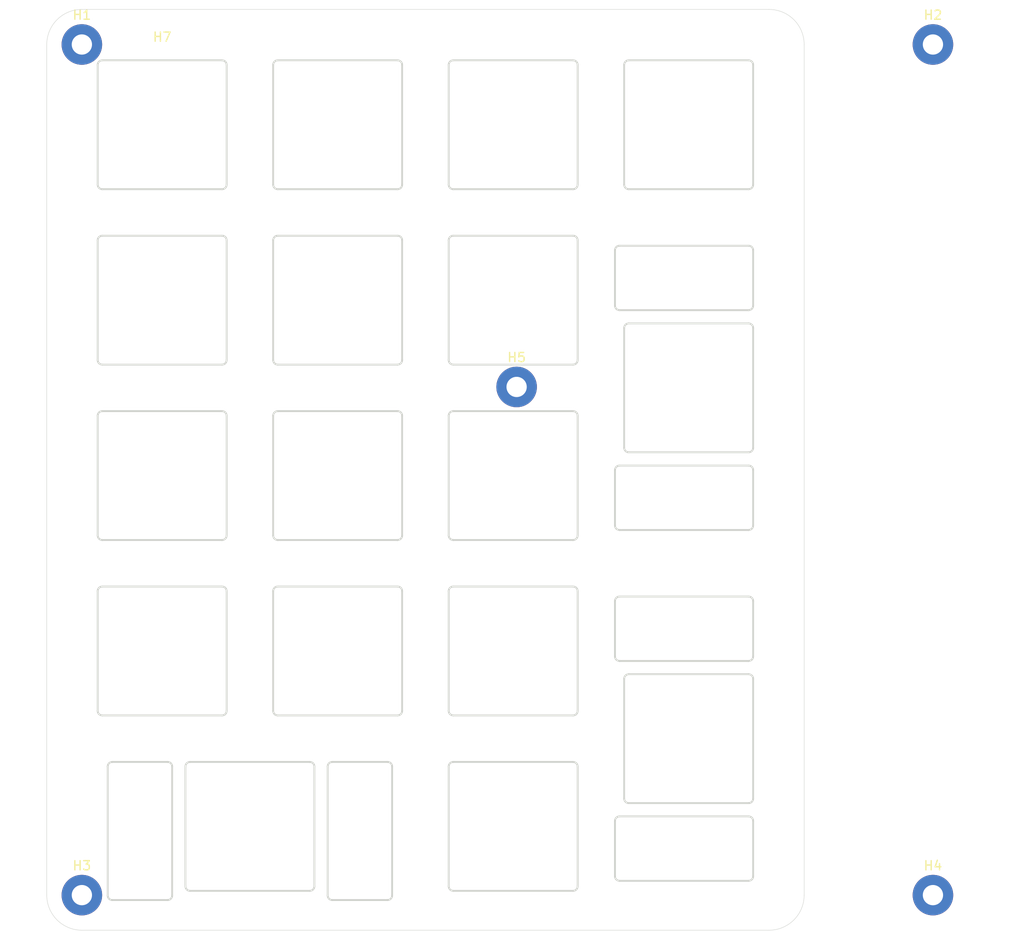
<source format=kicad_pcb>
(kicad_pcb (version 20171130) (host pcbnew "(5.1.6)-1")

  (general
    (thickness 1.6)
    (drawings 8)
    (tracks 0)
    (zones 0)
    (modules 7)
    (nets 1)
  )

  (page A4)
  (layers
    (0 F.Cu signal)
    (31 B.Cu signal)
    (32 B.Adhes user)
    (33 F.Adhes user)
    (34 B.Paste user)
    (35 F.Paste user)
    (36 B.SilkS user)
    (37 F.SilkS user)
    (38 B.Mask user)
    (39 F.Mask user)
    (40 Dwgs.User user)
    (41 Cmts.User user)
    (42 Eco1.User user)
    (43 Eco2.User user)
    (44 Edge.Cuts user)
    (45 Margin user)
    (46 B.CrtYd user)
    (47 F.CrtYd user)
    (48 B.Fab user)
    (49 F.Fab user)
  )

  (setup
    (last_trace_width 0.25)
    (trace_clearance 0.2)
    (zone_clearance 0.508)
    (zone_45_only no)
    (trace_min 0.2)
    (via_size 0.8)
    (via_drill 0.4)
    (via_min_size 0.4)
    (via_min_drill 0.3)
    (uvia_size 0.3)
    (uvia_drill 0.1)
    (uvias_allowed no)
    (uvia_min_size 0.2)
    (uvia_min_drill 0.1)
    (edge_width 0.05)
    (segment_width 0.2)
    (pcb_text_width 0.3)
    (pcb_text_size 1.5 1.5)
    (mod_edge_width 0.12)
    (mod_text_size 1 1)
    (mod_text_width 0.15)
    (pad_size 1.524 1.524)
    (pad_drill 0.762)
    (pad_to_mask_clearance 0.05)
    (aux_axis_origin 0 0)
    (visible_elements 7FFFFFFF)
    (pcbplotparams
      (layerselection 0x010fc_ffffffff)
      (usegerberextensions false)
      (usegerberattributes true)
      (usegerberadvancedattributes true)
      (creategerberjobfile true)
      (excludeedgelayer true)
      (linewidth 0.100000)
      (plotframeref false)
      (viasonmask false)
      (mode 1)
      (useauxorigin false)
      (hpglpennumber 1)
      (hpglpenspeed 20)
      (hpglpendiameter 15.000000)
      (psnegative false)
      (psa4output false)
      (plotreference true)
      (plotvalue true)
      (plotinvisibletext false)
      (padsonsilk false)
      (subtractmaskfromsilk false)
      (outputformat 1)
      (mirror false)
      (drillshape 1)
      (scaleselection 1)
      (outputdirectory ""))
  )

  (net 0 "")

  (net_class Default "This is the default net class."
    (clearance 0.2)
    (trace_width 0.25)
    (via_dia 0.8)
    (via_drill 0.4)
    (uvia_dia 0.3)
    (uvia_drill 0.1)
  )

  (module Gigahawk:PLATE_NUMPAD (layer F.Cu) (tedit 60427E41) (tstamp 6042E146)
    (at 12.525 12.525)
    (descr "Keyboard cutout for a standard numpad")
    (path /60587B43)
    (fp_text reference H7 (at 0 -9.525) (layer F.SilkS)
      (effects (font (size 1 1) (thickness 0.15)))
    )
    (fp_text value "Plate Cutouts" (at 0 -12.7) (layer F.Fab)
      (effects (font (size 1 1) (thickness 0.15)))
    )
    (fp_line (start 31.1 69.7) (end 31.1 82.7) (layer Edge.Cuts) (width 0.2))
    (fp_line (start 45.1 82.7) (end 45.1 69.7) (layer Edge.Cuts) (width 0.2))
    (fp_line (start 44.6 69.2) (end 31.6 69.2) (layer Edge.Cuts) (width 0.2))
    (fp_line (start 31.6 83.2) (end 44.6 83.2) (layer Edge.Cuts) (width 0.2))
    (fp_line (start 17.963 69.7) (end 17.963 83.7) (layer Edge.Cuts) (width 0.2))
    (fp_line (start 24.963 83.7) (end 24.963 69.7) (layer Edge.Cuts) (width 0.2))
    (fp_line (start 24.463 69.2) (end 18.463 69.2) (layer Edge.Cuts) (width 0.2))
    (fp_line (start 18.463 84.2) (end 24.463 84.2) (layer Edge.Cuts) (width 0.2))
    (fp_line (start -5.913 69.7) (end -5.913 83.7) (layer Edge.Cuts) (width 0.2))
    (fp_line (start 1.087 83.7) (end 1.087 69.7) (layer Edge.Cuts) (width 0.2))
    (fp_line (start 0.587 69.2) (end -5.413 69.2) (layer Edge.Cuts) (width 0.2))
    (fp_line (start -5.413 84.2) (end 0.587 84.2) (layer Edge.Cuts) (width 0.2))
    (fp_line (start 2.525 69.7) (end 2.525 82.7) (layer Edge.Cuts) (width 0.2))
    (fp_line (start 16.525 82.7) (end 16.525 69.7) (layer Edge.Cuts) (width 0.2))
    (fp_line (start 16.025 69.2) (end 3.025 69.2) (layer Edge.Cuts) (width 0.2))
    (fp_line (start 3.025 83.2) (end 16.025 83.2) (layer Edge.Cuts) (width 0.2))
    (fp_line (start 63.65 75.113) (end 49.65 75.113) (layer Edge.Cuts) (width 0.2))
    (fp_line (start 49.65 82.113) (end 63.65 82.113) (layer Edge.Cuts) (width 0.2))
    (fp_line (start 64.15 81.613) (end 64.15 75.613) (layer Edge.Cuts) (width 0.2))
    (fp_line (start 49.15 75.613) (end 49.15 81.613) (layer Edge.Cuts) (width 0.2))
    (fp_line (start 63.65 51.237) (end 49.65 51.237) (layer Edge.Cuts) (width 0.2))
    (fp_line (start 49.65 58.237) (end 63.65 58.237) (layer Edge.Cuts) (width 0.2))
    (fp_line (start 64.15 57.737) (end 64.15 51.737) (layer Edge.Cuts) (width 0.2))
    (fp_line (start 49.15 51.737) (end 49.15 57.737) (layer Edge.Cuts) (width 0.2))
    (fp_line (start 50.15 60.175) (end 50.15 73.175) (layer Edge.Cuts) (width 0.2))
    (fp_line (start 64.15 73.175) (end 64.15 60.175) (layer Edge.Cuts) (width 0.2))
    (fp_line (start 63.65 59.675) (end 50.65 59.675) (layer Edge.Cuts) (width 0.2))
    (fp_line (start 50.65 73.675) (end 63.65 73.675) (layer Edge.Cuts) (width 0.2))
    (fp_line (start 31.1 50.65) (end 31.1 63.65) (layer Edge.Cuts) (width 0.2))
    (fp_line (start 45.1 63.65) (end 45.1 50.65) (layer Edge.Cuts) (width 0.2))
    (fp_line (start 44.6 50.15) (end 31.6 50.15) (layer Edge.Cuts) (width 0.2))
    (fp_line (start 31.6 64.15) (end 44.6 64.15) (layer Edge.Cuts) (width 0.2))
    (fp_line (start 12.05 50.65) (end 12.05 63.65) (layer Edge.Cuts) (width 0.2))
    (fp_line (start 26.05 63.65) (end 26.05 50.65) (layer Edge.Cuts) (width 0.2))
    (fp_line (start 25.55 50.15) (end 12.55 50.15) (layer Edge.Cuts) (width 0.2))
    (fp_line (start 12.55 64.15) (end 25.55 64.15) (layer Edge.Cuts) (width 0.2))
    (fp_line (start -7 50.65) (end -7 63.65) (layer Edge.Cuts) (width 0.2))
    (fp_line (start 6.999999 63.65) (end 6.999999 50.65) (layer Edge.Cuts) (width 0.2))
    (fp_line (start 6.499999 50.15) (end -6.5 50.15) (layer Edge.Cuts) (width 0.2))
    (fp_line (start -6.5 64.15) (end 6.499999 64.15) (layer Edge.Cuts) (width 0.2))
    (fp_line (start 31.1 31.6) (end 31.1 44.6) (layer Edge.Cuts) (width 0.2))
    (fp_line (start 45.1 44.6) (end 45.1 31.6) (layer Edge.Cuts) (width 0.2))
    (fp_line (start 44.6 31.1) (end 31.6 31.1) (layer Edge.Cuts) (width 0.2))
    (fp_line (start 31.6 45.1) (end 44.6 45.1) (layer Edge.Cuts) (width 0.2))
    (fp_line (start 12.05 31.6) (end 12.05 44.6) (layer Edge.Cuts) (width 0.2))
    (fp_line (start 26.05 44.6) (end 26.05 31.6) (layer Edge.Cuts) (width 0.2))
    (fp_line (start 25.55 31.1) (end 12.55 31.1) (layer Edge.Cuts) (width 0.2))
    (fp_line (start 12.55 45.1) (end 25.55 45.1) (layer Edge.Cuts) (width 0.2))
    (fp_line (start -7 31.6) (end -7 44.6) (layer Edge.Cuts) (width 0.2))
    (fp_line (start 6.999999 44.6) (end 6.999999 31.6) (layer Edge.Cuts) (width 0.2))
    (fp_line (start 6.499999 31.1) (end -6.5 31.1) (layer Edge.Cuts) (width 0.2))
    (fp_line (start -6.5 45.1) (end 6.499999 45.1) (layer Edge.Cuts) (width 0.2))
    (fp_line (start 63.65 37.013) (end 49.65 37.013) (layer Edge.Cuts) (width 0.2))
    (fp_line (start 49.65 44.013) (end 63.65 44.013) (layer Edge.Cuts) (width 0.2))
    (fp_line (start 64.15 43.513) (end 64.15 37.513) (layer Edge.Cuts) (width 0.2))
    (fp_line (start 49.15 37.513) (end 49.15 43.513) (layer Edge.Cuts) (width 0.2))
    (fp_line (start 63.65 13.137) (end 49.65 13.137) (layer Edge.Cuts) (width 0.2))
    (fp_line (start 49.65 20.137) (end 63.65 20.137) (layer Edge.Cuts) (width 0.2))
    (fp_line (start 64.15 19.637) (end 64.15 13.637) (layer Edge.Cuts) (width 0.2))
    (fp_line (start 49.15 13.637) (end 49.15 19.637) (layer Edge.Cuts) (width 0.2))
    (fp_line (start 50.15 22.075) (end 50.15 35.075) (layer Edge.Cuts) (width 0.2))
    (fp_line (start 64.15 35.075) (end 64.15 22.075) (layer Edge.Cuts) (width 0.2))
    (fp_line (start 63.65 21.575) (end 50.65 21.575) (layer Edge.Cuts) (width 0.2))
    (fp_line (start 50.65 35.575) (end 63.65 35.575) (layer Edge.Cuts) (width 0.2))
    (fp_line (start 31.1 12.55) (end 31.1 25.55) (layer Edge.Cuts) (width 0.2))
    (fp_line (start 45.1 25.55) (end 45.1 12.55) (layer Edge.Cuts) (width 0.2))
    (fp_line (start 44.6 12.05) (end 31.6 12.05) (layer Edge.Cuts) (width 0.2))
    (fp_line (start 31.6 26.05) (end 44.6 26.05) (layer Edge.Cuts) (width 0.2))
    (fp_line (start 12.05 12.55) (end 12.05 25.55) (layer Edge.Cuts) (width 0.2))
    (fp_line (start 26.05 25.55) (end 26.05 12.55) (layer Edge.Cuts) (width 0.2))
    (fp_line (start 25.55 12.05) (end 12.55 12.05) (layer Edge.Cuts) (width 0.2))
    (fp_line (start 12.55 26.05) (end 25.55 26.05) (layer Edge.Cuts) (width 0.2))
    (fp_line (start -7 12.55) (end -7 25.55) (layer Edge.Cuts) (width 0.2))
    (fp_line (start 6.999999 25.55) (end 6.999999 12.55) (layer Edge.Cuts) (width 0.2))
    (fp_line (start 6.499999 12.05) (end -6.5 12.05) (layer Edge.Cuts) (width 0.2))
    (fp_line (start -6.5 26.05) (end 6.499999 26.05) (layer Edge.Cuts) (width 0.2))
    (fp_line (start 50.15 -6.5) (end 50.15 6.499999) (layer Edge.Cuts) (width 0.2))
    (fp_line (start 64.15 6.499999) (end 64.15 -6.5) (layer Edge.Cuts) (width 0.2))
    (fp_line (start 63.65 -7) (end 50.65 -7) (layer Edge.Cuts) (width 0.2))
    (fp_line (start 50.65 6.999999) (end 63.65 6.999999) (layer Edge.Cuts) (width 0.2))
    (fp_line (start 31.1 -6.5) (end 31.1 6.499999) (layer Edge.Cuts) (width 0.2))
    (fp_line (start 45.1 6.499999) (end 45.1 -6.5) (layer Edge.Cuts) (width 0.2))
    (fp_line (start 44.6 -7) (end 31.6 -7) (layer Edge.Cuts) (width 0.2))
    (fp_line (start 31.6 6.999999) (end 44.6 6.999999) (layer Edge.Cuts) (width 0.2))
    (fp_line (start 12.05 -6.5) (end 12.05 6.499999) (layer Edge.Cuts) (width 0.2))
    (fp_line (start 26.05 6.499999) (end 26.05 -6.5) (layer Edge.Cuts) (width 0.2))
    (fp_line (start 25.55 -7) (end 12.55 -7) (layer Edge.Cuts) (width 0.2))
    (fp_line (start 12.55 6.999999) (end 25.55 6.999999) (layer Edge.Cuts) (width 0.2))
    (fp_line (start -7 -6.5) (end -7 6.499999) (layer Edge.Cuts) (width 0.2))
    (fp_line (start 6.999999 6.499999) (end 6.999999 -6.5) (layer Edge.Cuts) (width 0.2))
    (fp_line (start 6.499999 -7) (end -6.5 -7) (layer Edge.Cuts) (width 0.2))
    (fp_line (start -6.5 6.999999) (end 6.499999 6.999999) (layer Edge.Cuts) (width 0.2))
    (fp_arc (start 31.6 69.7) (end 31.6 69.2) (angle -90) (layer Edge.Cuts) (width 0.2))
    (fp_arc (start 44.6 69.7) (end 45.1 69.7) (angle -90) (layer Edge.Cuts) (width 0.2))
    (fp_arc (start 44.6 82.7) (end 44.6 83.2) (angle -90) (layer Edge.Cuts) (width 0.2))
    (fp_arc (start 31.6 82.7) (end 31.1 82.7) (angle -90) (layer Edge.Cuts) (width 0.2))
    (fp_arc (start 18.463 69.7) (end 18.463 69.2) (angle -90) (layer Edge.Cuts) (width 0.2))
    (fp_arc (start 24.463 69.7) (end 24.963 69.7) (angle -90) (layer Edge.Cuts) (width 0.2))
    (fp_arc (start 24.463 83.7) (end 24.463 84.2) (angle -90) (layer Edge.Cuts) (width 0.2))
    (fp_arc (start 18.463 83.7) (end 17.963 83.7) (angle -90) (layer Edge.Cuts) (width 0.2))
    (fp_arc (start -5.413 69.7) (end -5.413 69.2) (angle -90) (layer Edge.Cuts) (width 0.2))
    (fp_arc (start 0.587 69.7) (end 1.087 69.7) (angle -90) (layer Edge.Cuts) (width 0.2))
    (fp_arc (start 0.587 83.7) (end 0.587 84.2) (angle -90) (layer Edge.Cuts) (width 0.2))
    (fp_arc (start -5.413 83.7) (end -5.913 83.7) (angle -90) (layer Edge.Cuts) (width 0.2))
    (fp_arc (start 3.025 69.7) (end 3.025 69.2) (angle -90) (layer Edge.Cuts) (width 0.2))
    (fp_arc (start 16.025 69.7) (end 16.525 69.7) (angle -90) (layer Edge.Cuts) (width 0.2))
    (fp_arc (start 16.025 82.7) (end 16.025 83.2) (angle -90) (layer Edge.Cuts) (width 0.2))
    (fp_arc (start 3.025 82.7) (end 2.525 82.7) (angle -90) (layer Edge.Cuts) (width 0.2))
    (fp_arc (start 63.65 75.613) (end 64.15 75.613) (angle -90) (layer Edge.Cuts) (width 0.2))
    (fp_arc (start 63.65 81.613) (end 63.65 82.113) (angle -90) (layer Edge.Cuts) (width 0.2))
    (fp_arc (start 49.65 81.613) (end 49.15 81.613) (angle -90) (layer Edge.Cuts) (width 0.2))
    (fp_arc (start 49.65 75.613) (end 49.65 75.113) (angle -90) (layer Edge.Cuts) (width 0.2))
    (fp_arc (start 63.65 51.737) (end 64.15 51.737) (angle -90) (layer Edge.Cuts) (width 0.2))
    (fp_arc (start 63.65 57.737) (end 63.65 58.237) (angle -90) (layer Edge.Cuts) (width 0.2))
    (fp_arc (start 49.65 57.737) (end 49.15 57.737) (angle -90) (layer Edge.Cuts) (width 0.2))
    (fp_arc (start 49.65 51.737) (end 49.65 51.237) (angle -90) (layer Edge.Cuts) (width 0.2))
    (fp_arc (start 50.65 60.175) (end 50.65 59.675) (angle -90) (layer Edge.Cuts) (width 0.2))
    (fp_arc (start 63.65 60.175) (end 64.15 60.175) (angle -90) (layer Edge.Cuts) (width 0.2))
    (fp_arc (start 63.65 73.175) (end 63.65 73.675) (angle -90) (layer Edge.Cuts) (width 0.2))
    (fp_arc (start 50.65 73.175) (end 50.15 73.175) (angle -90) (layer Edge.Cuts) (width 0.2))
    (fp_arc (start 31.6 50.65) (end 31.6 50.15) (angle -90) (layer Edge.Cuts) (width 0.2))
    (fp_arc (start 44.6 50.65) (end 45.1 50.65) (angle -90) (layer Edge.Cuts) (width 0.2))
    (fp_arc (start 44.6 63.65) (end 44.6 64.15) (angle -90) (layer Edge.Cuts) (width 0.2))
    (fp_arc (start 31.6 63.65) (end 31.1 63.65) (angle -90) (layer Edge.Cuts) (width 0.2))
    (fp_arc (start 12.55 50.65) (end 12.55 50.15) (angle -90) (layer Edge.Cuts) (width 0.2))
    (fp_arc (start 25.55 50.65) (end 26.05 50.65) (angle -90) (layer Edge.Cuts) (width 0.2))
    (fp_arc (start 25.55 63.65) (end 25.55 64.15) (angle -90) (layer Edge.Cuts) (width 0.2))
    (fp_arc (start 12.55 63.65) (end 12.05 63.65) (angle -90) (layer Edge.Cuts) (width 0.2))
    (fp_arc (start -6.5 50.65) (end -6.5 50.15) (angle -90) (layer Edge.Cuts) (width 0.2))
    (fp_arc (start 6.499999 50.65) (end 6.999999 50.65) (angle -90) (layer Edge.Cuts) (width 0.2))
    (fp_arc (start 6.499999 63.65) (end 6.499999 64.15) (angle -90) (layer Edge.Cuts) (width 0.2))
    (fp_arc (start -6.5 63.65) (end -7 63.65) (angle -90) (layer Edge.Cuts) (width 0.2))
    (fp_arc (start 31.6 31.6) (end 31.6 31.1) (angle -90) (layer Edge.Cuts) (width 0.2))
    (fp_arc (start 44.6 31.6) (end 45.1 31.6) (angle -90) (layer Edge.Cuts) (width 0.2))
    (fp_arc (start 44.6 44.6) (end 44.6 45.1) (angle -90) (layer Edge.Cuts) (width 0.2))
    (fp_arc (start 31.6 44.6) (end 31.1 44.6) (angle -90) (layer Edge.Cuts) (width 0.2))
    (fp_arc (start 12.55 31.6) (end 12.55 31.1) (angle -90) (layer Edge.Cuts) (width 0.2))
    (fp_arc (start 25.55 31.6) (end 26.05 31.6) (angle -90) (layer Edge.Cuts) (width 0.2))
    (fp_arc (start 25.55 44.6) (end 25.55 45.1) (angle -90) (layer Edge.Cuts) (width 0.2))
    (fp_arc (start 12.55 44.6) (end 12.05 44.6) (angle -90) (layer Edge.Cuts) (width 0.2))
    (fp_arc (start -6.5 31.6) (end -6.5 31.1) (angle -90) (layer Edge.Cuts) (width 0.2))
    (fp_arc (start 6.499999 31.6) (end 6.999999 31.6) (angle -90) (layer Edge.Cuts) (width 0.2))
    (fp_arc (start 6.499999 44.6) (end 6.499999 45.1) (angle -90) (layer Edge.Cuts) (width 0.2))
    (fp_arc (start -6.5 44.6) (end -7 44.6) (angle -90) (layer Edge.Cuts) (width 0.2))
    (fp_arc (start 63.65 37.513) (end 64.15 37.513) (angle -90) (layer Edge.Cuts) (width 0.2))
    (fp_arc (start 63.65 43.513) (end 63.65 44.013) (angle -90) (layer Edge.Cuts) (width 0.2))
    (fp_arc (start 49.65 43.513) (end 49.15 43.513) (angle -90) (layer Edge.Cuts) (width 0.2))
    (fp_arc (start 49.65 37.513) (end 49.65 37.013) (angle -90) (layer Edge.Cuts) (width 0.2))
    (fp_arc (start 63.65 13.637) (end 64.15 13.637) (angle -90) (layer Edge.Cuts) (width 0.2))
    (fp_arc (start 63.65 19.637) (end 63.65 20.137) (angle -90) (layer Edge.Cuts) (width 0.2))
    (fp_arc (start 49.65 19.637) (end 49.15 19.637) (angle -90) (layer Edge.Cuts) (width 0.2))
    (fp_arc (start 49.65 13.637) (end 49.65 13.137) (angle -90) (layer Edge.Cuts) (width 0.2))
    (fp_arc (start 50.65 22.075) (end 50.65 21.575) (angle -90) (layer Edge.Cuts) (width 0.2))
    (fp_arc (start 63.65 22.075) (end 64.15 22.075) (angle -90) (layer Edge.Cuts) (width 0.2))
    (fp_arc (start 63.65 35.075) (end 63.65 35.575) (angle -90) (layer Edge.Cuts) (width 0.2))
    (fp_arc (start 50.65 35.075) (end 50.15 35.075) (angle -90) (layer Edge.Cuts) (width 0.2))
    (fp_arc (start 31.6 12.55) (end 31.6 12.05) (angle -90) (layer Edge.Cuts) (width 0.2))
    (fp_arc (start 44.6 12.55) (end 45.1 12.55) (angle -90) (layer Edge.Cuts) (width 0.2))
    (fp_arc (start 44.6 25.55) (end 44.6 26.05) (angle -90) (layer Edge.Cuts) (width 0.2))
    (fp_arc (start 31.6 25.55) (end 31.1 25.55) (angle -90) (layer Edge.Cuts) (width 0.2))
    (fp_arc (start 12.55 12.55) (end 12.55 12.05) (angle -90) (layer Edge.Cuts) (width 0.2))
    (fp_arc (start 25.55 12.55) (end 26.05 12.55) (angle -90) (layer Edge.Cuts) (width 0.2))
    (fp_arc (start 25.55 25.55) (end 25.55 26.05) (angle -90) (layer Edge.Cuts) (width 0.2))
    (fp_arc (start 12.55 25.55) (end 12.05 25.55) (angle -90) (layer Edge.Cuts) (width 0.2))
    (fp_arc (start -6.5 12.55) (end -6.5 12.05) (angle -90) (layer Edge.Cuts) (width 0.2))
    (fp_arc (start 6.499999 12.55) (end 6.999999 12.55) (angle -90) (layer Edge.Cuts) (width 0.2))
    (fp_arc (start 6.499999 25.55) (end 6.499999 26.05) (angle -90) (layer Edge.Cuts) (width 0.2))
    (fp_arc (start -6.5 25.55) (end -7 25.55) (angle -90) (layer Edge.Cuts) (width 0.2))
    (fp_arc (start 50.65 -6.5) (end 50.65 -7) (angle -90) (layer Edge.Cuts) (width 0.2))
    (fp_arc (start 63.65 -6.5) (end 64.15 -6.5) (angle -90) (layer Edge.Cuts) (width 0.2))
    (fp_arc (start 63.65 6.499999) (end 63.65 6.999999) (angle -90) (layer Edge.Cuts) (width 0.2))
    (fp_arc (start 50.65 6.499999) (end 50.15 6.499999) (angle -90) (layer Edge.Cuts) (width 0.2))
    (fp_arc (start 31.6 -6.5) (end 31.6 -7) (angle -90) (layer Edge.Cuts) (width 0.2))
    (fp_arc (start 44.6 -6.5) (end 45.1 -6.5) (angle -90) (layer Edge.Cuts) (width 0.2))
    (fp_arc (start 44.6 6.499999) (end 44.6 6.999999) (angle -90) (layer Edge.Cuts) (width 0.2))
    (fp_arc (start 31.6 6.499999) (end 31.1 6.499999) (angle -90) (layer Edge.Cuts) (width 0.2))
    (fp_arc (start 12.55 -6.5) (end 12.55 -7) (angle -90) (layer Edge.Cuts) (width 0.2))
    (fp_arc (start 25.55 -6.5) (end 26.05 -6.5) (angle -90) (layer Edge.Cuts) (width 0.2))
    (fp_arc (start 25.55 6.499999) (end 25.55 6.999999) (angle -90) (layer Edge.Cuts) (width 0.2))
    (fp_arc (start 12.55 6.499999) (end 12.05 6.499999) (angle -90) (layer Edge.Cuts) (width 0.2))
    (fp_arc (start -6.5 -6.5) (end -6.5 -7) (angle -90) (layer Edge.Cuts) (width 0.2))
    (fp_arc (start 6.499999 -6.5) (end 6.999999 -6.5) (angle -90) (layer Edge.Cuts) (width 0.2))
    (fp_arc (start 6.499999 6.499999) (end 6.499999 6.999999) (angle -90) (layer Edge.Cuts) (width 0.2))
    (fp_arc (start -6.5 6.499999) (end -7 6.499999) (angle -90) (layer Edge.Cuts) (width 0.2))
  )

  (module Gigahawk:DOT (layer F.Cu) (tedit 5FF82A75) (tstamp 6042E08A)
    (at 85.09 39.37)
    (path /60587A17/5FFBBC88)
    (fp_text reference H6 (at 0.635 -1.905) (layer F.Fab)
      (effects (font (size 1 1) (thickness 0.15)))
    )
    (fp_text value "ConnectorPos(85.09,39.37)" (at 0 -0.635) (layer F.Fab)
      (effects (font (size 1 1) (thickness 0.15)))
    )
    (fp_circle (center 0 0) (end 0.127 0) (layer F.Fab) (width 0.12))
  )

  (module MountingHole:MountingHole_2.2mm_M2_Pad (layer F.Cu) (tedit 56D1B4CB) (tstamp 6042E085)
    (at 51 41)
    (descr "Mounting Hole 2.2mm, M2")
    (tags "mounting hole 2.2mm m2")
    (path /60587A17/5FFAE861)
    (attr virtual)
    (fp_text reference H5 (at 0 -3.2) (layer F.SilkS)
      (effects (font (size 1 1) (thickness 0.15)))
    )
    (fp_text value "Center(51,41)" (at 0 3.2) (layer F.Fab)
      (effects (font (size 1 1) (thickness 0.15)))
    )
    (fp_circle (center 0 0) (end 2.45 0) (layer F.CrtYd) (width 0.05))
    (fp_circle (center 0 0) (end 2.2 0) (layer Cmts.User) (width 0.15))
    (fp_text user %R (at 0.3 0) (layer F.Fab)
      (effects (font (size 1 1) (thickness 0.15)))
    )
    (pad 1 thru_hole circle (at 0 0) (size 4.4 4.4) (drill 2.2) (layers *.Cu *.Mask))
  )

  (module MountingHole:MountingHole_2.2mm_M2_Pad (layer F.Cu) (tedit 56D1B4CB) (tstamp 6042E07D)
    (at 96.19 96.19)
    (descr "Mounting Hole 2.2mm, M2")
    (tags "mounting hole 2.2mm m2")
    (path /60587A17/5FFAE6C8)
    (attr virtual)
    (fp_text reference H4 (at 0 -3.2) (layer F.SilkS)
      (effects (font (size 1 1) (thickness 0.15)))
    )
    (fp_text value "BottomRight(96.19,96.19)" (at 0 3.2) (layer F.Fab)
      (effects (font (size 1 1) (thickness 0.15)))
    )
    (fp_circle (center 0 0) (end 2.45 0) (layer F.CrtYd) (width 0.05))
    (fp_circle (center 0 0) (end 2.2 0) (layer Cmts.User) (width 0.15))
    (fp_text user %R (at 0.3 0) (layer F.Fab)
      (effects (font (size 1 1) (thickness 0.15)))
    )
    (pad 1 thru_hole circle (at 0 0) (size 4.4 4.4) (drill 2.2) (layers *.Cu *.Mask))
  )

  (module MountingHole:MountingHole_2.2mm_M2_Pad (layer F.Cu) (tedit 56D1B4CB) (tstamp 6042E075)
    (at 3.81 96.19)
    (descr "Mounting Hole 2.2mm, M2")
    (tags "mounting hole 2.2mm m2")
    (path /60587A17/5FFAE5EB)
    (attr virtual)
    (fp_text reference H3 (at 0 -3.2) (layer F.SilkS)
      (effects (font (size 1 1) (thickness 0.15)))
    )
    (fp_text value "BottomLeft(3.81,96.19)" (at 0 3.2) (layer F.Fab)
      (effects (font (size 1 1) (thickness 0.15)))
    )
    (fp_circle (center 0 0) (end 2.45 0) (layer F.CrtYd) (width 0.05))
    (fp_circle (center 0 0) (end 2.2 0) (layer Cmts.User) (width 0.15))
    (fp_text user %R (at 0.3 0) (layer F.Fab)
      (effects (font (size 1 1) (thickness 0.15)))
    )
    (pad 1 thru_hole circle (at 0 0) (size 4.4 4.4) (drill 2.2) (layers *.Cu *.Mask))
  )

  (module MountingHole:MountingHole_2.2mm_M2_Pad (layer F.Cu) (tedit 56D1B4CB) (tstamp 6042E06D)
    (at 96.19 3.81)
    (descr "Mounting Hole 2.2mm, M2")
    (tags "mounting hole 2.2mm m2")
    (path /60587A17/5FFAE3B5)
    (attr virtual)
    (fp_text reference H2 (at 0 -3.2) (layer F.SilkS)
      (effects (font (size 1 1) (thickness 0.15)))
    )
    (fp_text value "TopRight(96.19,3.81)" (at 0 3.2) (layer F.Fab)
      (effects (font (size 1 1) (thickness 0.15)))
    )
    (fp_circle (center 0 0) (end 2.45 0) (layer F.CrtYd) (width 0.05))
    (fp_circle (center 0 0) (end 2.2 0) (layer Cmts.User) (width 0.15))
    (fp_text user %R (at 0.3 0) (layer F.Fab)
      (effects (font (size 1 1) (thickness 0.15)))
    )
    (pad 1 thru_hole circle (at 0 0) (size 4.4 4.4) (drill 2.2) (layers *.Cu *.Mask))
  )

  (module MountingHole:MountingHole_2.2mm_M2_Pad (layer F.Cu) (tedit 56D1B4CB) (tstamp 6042E065)
    (at 3.81 3.81)
    (descr "Mounting Hole 2.2mm, M2")
    (tags "mounting hole 2.2mm m2")
    (path /60587A17/5FFAE0B8)
    (attr virtual)
    (fp_text reference H1 (at 0 -3.2) (layer F.SilkS)
      (effects (font (size 1 1) (thickness 0.15)))
    )
    (fp_text value "TopLeft(3.81,3.81)" (at 0 3.2) (layer F.Fab)
      (effects (font (size 1 1) (thickness 0.15)))
    )
    (fp_circle (center 0 0) (end 2.45 0) (layer F.CrtYd) (width 0.05))
    (fp_circle (center 0 0) (end 2.2 0) (layer Cmts.User) (width 0.15))
    (fp_text user %R (at 0.3 0) (layer F.Fab)
      (effects (font (size 1 1) (thickness 0.15)))
    )
    (pad 1 thru_hole circle (at 0 0) (size 4.4 4.4) (drill 2.2) (layers *.Cu *.Mask))
  )

  (gr_line (start 3.81 0) (end 78.4 0) (angle 90) (layer Edge.Cuts) (width 0.05))
  (gr_line (start 82.21 3.81) (end 82.21 96.19) (angle 90) (layer Edge.Cuts) (width 0.05))
  (gr_line (start 78.4 100) (end 3.81 100) (angle 90) (layer Edge.Cuts) (width 0.05))
  (gr_line (start 0 96.19) (end 0 3.81) (angle 90) (layer Edge.Cuts) (width 0.05))
  (gr_arc (start 3.81 3.81) (end 3.81 0) (angle -90) (layer Edge.Cuts) (width 0.05))
  (gr_arc (start 3.81 96.19) (end 0 96.19) (angle -90) (layer Edge.Cuts) (width 0.05))
  (gr_arc (start 78.4 96.19) (end 78.4 100) (angle -90) (layer Edge.Cuts) (width 0.05))
  (gr_arc (start 78.4 3.81) (end 82.21 3.81) (angle -90) (layer Edge.Cuts) (width 0.05))

)

</source>
